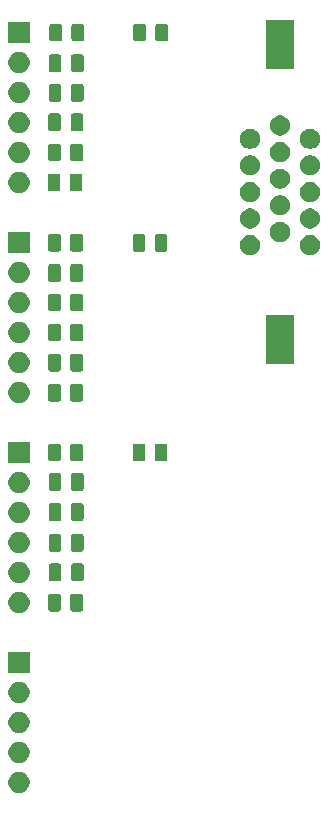
<source format=gbr>
G04 #@! TF.GenerationSoftware,KiCad,Pcbnew,5.1.5*
G04 #@! TF.CreationDate,2020-03-28T16:17:50-05:00*
G04 #@! TF.ProjectId,CavemanDAC,43617665-6d61-46e4-9441-432e6b696361,rev?*
G04 #@! TF.SameCoordinates,Original*
G04 #@! TF.FileFunction,Soldermask,Top*
G04 #@! TF.FilePolarity,Negative*
%FSLAX46Y46*%
G04 Gerber Fmt 4.6, Leading zero omitted, Abs format (unit mm)*
G04 Created by KiCad (PCBNEW 5.1.5) date 2020-03-28 16:17:50*
%MOMM*%
%LPD*%
G04 APERTURE LIST*
%ADD10C,0.100000*%
G04 APERTURE END LIST*
D10*
G36*
X104313512Y-160943927D02*
G01*
X104462812Y-160973624D01*
X104626784Y-161041544D01*
X104774354Y-161140147D01*
X104899853Y-161265646D01*
X104998456Y-161413216D01*
X105066376Y-161577188D01*
X105101000Y-161751259D01*
X105101000Y-161928741D01*
X105066376Y-162102812D01*
X104998456Y-162266784D01*
X104899853Y-162414354D01*
X104774354Y-162539853D01*
X104626784Y-162638456D01*
X104462812Y-162706376D01*
X104313512Y-162736073D01*
X104288742Y-162741000D01*
X104111258Y-162741000D01*
X104086488Y-162736073D01*
X103937188Y-162706376D01*
X103773216Y-162638456D01*
X103625646Y-162539853D01*
X103500147Y-162414354D01*
X103401544Y-162266784D01*
X103333624Y-162102812D01*
X103299000Y-161928741D01*
X103299000Y-161751259D01*
X103333624Y-161577188D01*
X103401544Y-161413216D01*
X103500147Y-161265646D01*
X103625646Y-161140147D01*
X103773216Y-161041544D01*
X103937188Y-160973624D01*
X104086488Y-160943927D01*
X104111258Y-160939000D01*
X104288742Y-160939000D01*
X104313512Y-160943927D01*
G37*
G36*
X104313512Y-158403927D02*
G01*
X104462812Y-158433624D01*
X104626784Y-158501544D01*
X104774354Y-158600147D01*
X104899853Y-158725646D01*
X104998456Y-158873216D01*
X105066376Y-159037188D01*
X105101000Y-159211259D01*
X105101000Y-159388741D01*
X105066376Y-159562812D01*
X104998456Y-159726784D01*
X104899853Y-159874354D01*
X104774354Y-159999853D01*
X104626784Y-160098456D01*
X104462812Y-160166376D01*
X104313512Y-160196073D01*
X104288742Y-160201000D01*
X104111258Y-160201000D01*
X104086488Y-160196073D01*
X103937188Y-160166376D01*
X103773216Y-160098456D01*
X103625646Y-159999853D01*
X103500147Y-159874354D01*
X103401544Y-159726784D01*
X103333624Y-159562812D01*
X103299000Y-159388741D01*
X103299000Y-159211259D01*
X103333624Y-159037188D01*
X103401544Y-158873216D01*
X103500147Y-158725646D01*
X103625646Y-158600147D01*
X103773216Y-158501544D01*
X103937188Y-158433624D01*
X104086488Y-158403927D01*
X104111258Y-158399000D01*
X104288742Y-158399000D01*
X104313512Y-158403927D01*
G37*
G36*
X104313512Y-155863927D02*
G01*
X104462812Y-155893624D01*
X104626784Y-155961544D01*
X104774354Y-156060147D01*
X104899853Y-156185646D01*
X104998456Y-156333216D01*
X105066376Y-156497188D01*
X105101000Y-156671259D01*
X105101000Y-156848741D01*
X105066376Y-157022812D01*
X104998456Y-157186784D01*
X104899853Y-157334354D01*
X104774354Y-157459853D01*
X104626784Y-157558456D01*
X104462812Y-157626376D01*
X104313512Y-157656073D01*
X104288742Y-157661000D01*
X104111258Y-157661000D01*
X104086488Y-157656073D01*
X103937188Y-157626376D01*
X103773216Y-157558456D01*
X103625646Y-157459853D01*
X103500147Y-157334354D01*
X103401544Y-157186784D01*
X103333624Y-157022812D01*
X103299000Y-156848741D01*
X103299000Y-156671259D01*
X103333624Y-156497188D01*
X103401544Y-156333216D01*
X103500147Y-156185646D01*
X103625646Y-156060147D01*
X103773216Y-155961544D01*
X103937188Y-155893624D01*
X104086488Y-155863927D01*
X104111258Y-155859000D01*
X104288742Y-155859000D01*
X104313512Y-155863927D01*
G37*
G36*
X104313512Y-153323927D02*
G01*
X104462812Y-153353624D01*
X104626784Y-153421544D01*
X104774354Y-153520147D01*
X104899853Y-153645646D01*
X104998456Y-153793216D01*
X105066376Y-153957188D01*
X105101000Y-154131259D01*
X105101000Y-154308741D01*
X105066376Y-154482812D01*
X104998456Y-154646784D01*
X104899853Y-154794354D01*
X104774354Y-154919853D01*
X104626784Y-155018456D01*
X104462812Y-155086376D01*
X104313512Y-155116073D01*
X104288742Y-155121000D01*
X104111258Y-155121000D01*
X104086488Y-155116073D01*
X103937188Y-155086376D01*
X103773216Y-155018456D01*
X103625646Y-154919853D01*
X103500147Y-154794354D01*
X103401544Y-154646784D01*
X103333624Y-154482812D01*
X103299000Y-154308741D01*
X103299000Y-154131259D01*
X103333624Y-153957188D01*
X103401544Y-153793216D01*
X103500147Y-153645646D01*
X103625646Y-153520147D01*
X103773216Y-153421544D01*
X103937188Y-153353624D01*
X104086488Y-153323927D01*
X104111258Y-153319000D01*
X104288742Y-153319000D01*
X104313512Y-153323927D01*
G37*
G36*
X105101000Y-152581000D02*
G01*
X103299000Y-152581000D01*
X103299000Y-150779000D01*
X105101000Y-150779000D01*
X105101000Y-152581000D01*
G37*
G36*
X104313512Y-145708927D02*
G01*
X104462812Y-145738624D01*
X104626784Y-145806544D01*
X104774354Y-145905147D01*
X104899853Y-146030646D01*
X104998456Y-146178216D01*
X105066376Y-146342188D01*
X105101000Y-146516259D01*
X105101000Y-146693741D01*
X105066376Y-146867812D01*
X104998456Y-147031784D01*
X104899853Y-147179354D01*
X104774354Y-147304853D01*
X104626784Y-147403456D01*
X104462812Y-147471376D01*
X104313512Y-147501073D01*
X104288742Y-147506000D01*
X104111258Y-147506000D01*
X104086488Y-147501073D01*
X103937188Y-147471376D01*
X103773216Y-147403456D01*
X103625646Y-147304853D01*
X103500147Y-147179354D01*
X103401544Y-147031784D01*
X103333624Y-146867812D01*
X103299000Y-146693741D01*
X103299000Y-146516259D01*
X103333624Y-146342188D01*
X103401544Y-146178216D01*
X103500147Y-146030646D01*
X103625646Y-145905147D01*
X103773216Y-145806544D01*
X103937188Y-145738624D01*
X104086488Y-145708927D01*
X104111258Y-145704000D01*
X104288742Y-145704000D01*
X104313512Y-145708927D01*
G37*
G36*
X109446968Y-145878565D02*
G01*
X109485638Y-145890296D01*
X109521277Y-145909346D01*
X109552517Y-145934983D01*
X109578154Y-145966223D01*
X109597204Y-146001862D01*
X109608935Y-146040532D01*
X109613500Y-146086888D01*
X109613500Y-147163112D01*
X109608935Y-147209468D01*
X109597204Y-147248138D01*
X109578154Y-147283777D01*
X109552517Y-147315017D01*
X109521277Y-147340654D01*
X109485638Y-147359704D01*
X109446968Y-147371435D01*
X109400612Y-147376000D01*
X108749388Y-147376000D01*
X108703032Y-147371435D01*
X108664362Y-147359704D01*
X108628723Y-147340654D01*
X108597483Y-147315017D01*
X108571846Y-147283777D01*
X108552796Y-147248138D01*
X108541065Y-147209468D01*
X108536500Y-147163112D01*
X108536500Y-146086888D01*
X108541065Y-146040532D01*
X108552796Y-146001862D01*
X108571846Y-145966223D01*
X108597483Y-145934983D01*
X108628723Y-145909346D01*
X108664362Y-145890296D01*
X108703032Y-145878565D01*
X108749388Y-145874000D01*
X109400612Y-145874000D01*
X109446968Y-145878565D01*
G37*
G36*
X107571968Y-145878565D02*
G01*
X107610638Y-145890296D01*
X107646277Y-145909346D01*
X107677517Y-145934983D01*
X107703154Y-145966223D01*
X107722204Y-146001862D01*
X107733935Y-146040532D01*
X107738500Y-146086888D01*
X107738500Y-147163112D01*
X107733935Y-147209468D01*
X107722204Y-147248138D01*
X107703154Y-147283777D01*
X107677517Y-147315017D01*
X107646277Y-147340654D01*
X107610638Y-147359704D01*
X107571968Y-147371435D01*
X107525612Y-147376000D01*
X106874388Y-147376000D01*
X106828032Y-147371435D01*
X106789362Y-147359704D01*
X106753723Y-147340654D01*
X106722483Y-147315017D01*
X106696846Y-147283777D01*
X106677796Y-147248138D01*
X106666065Y-147209468D01*
X106661500Y-147163112D01*
X106661500Y-146086888D01*
X106666065Y-146040532D01*
X106677796Y-146001862D01*
X106696846Y-145966223D01*
X106722483Y-145934983D01*
X106753723Y-145909346D01*
X106789362Y-145890296D01*
X106828032Y-145878565D01*
X106874388Y-145874000D01*
X107525612Y-145874000D01*
X107571968Y-145878565D01*
G37*
G36*
X104313512Y-143168927D02*
G01*
X104462812Y-143198624D01*
X104626784Y-143266544D01*
X104774354Y-143365147D01*
X104899853Y-143490646D01*
X104998456Y-143638216D01*
X105066376Y-143802188D01*
X105101000Y-143976259D01*
X105101000Y-144153741D01*
X105066376Y-144327812D01*
X104998456Y-144491784D01*
X104899853Y-144639354D01*
X104774354Y-144764853D01*
X104626784Y-144863456D01*
X104462812Y-144931376D01*
X104313512Y-144961073D01*
X104288742Y-144966000D01*
X104111258Y-144966000D01*
X104086488Y-144961073D01*
X103937188Y-144931376D01*
X103773216Y-144863456D01*
X103625646Y-144764853D01*
X103500147Y-144639354D01*
X103401544Y-144491784D01*
X103333624Y-144327812D01*
X103299000Y-144153741D01*
X103299000Y-143976259D01*
X103333624Y-143802188D01*
X103401544Y-143638216D01*
X103500147Y-143490646D01*
X103625646Y-143365147D01*
X103773216Y-143266544D01*
X103937188Y-143198624D01*
X104086488Y-143168927D01*
X104111258Y-143164000D01*
X104288742Y-143164000D01*
X104313512Y-143168927D01*
G37*
G36*
X109496968Y-143303565D02*
G01*
X109535638Y-143315296D01*
X109571277Y-143334346D01*
X109602517Y-143359983D01*
X109628154Y-143391223D01*
X109647204Y-143426862D01*
X109658935Y-143465532D01*
X109663500Y-143511888D01*
X109663500Y-144588112D01*
X109658935Y-144634468D01*
X109647204Y-144673138D01*
X109628154Y-144708777D01*
X109602517Y-144740017D01*
X109571277Y-144765654D01*
X109535638Y-144784704D01*
X109496968Y-144796435D01*
X109450612Y-144801000D01*
X108799388Y-144801000D01*
X108753032Y-144796435D01*
X108714362Y-144784704D01*
X108678723Y-144765654D01*
X108647483Y-144740017D01*
X108621846Y-144708777D01*
X108602796Y-144673138D01*
X108591065Y-144634468D01*
X108586500Y-144588112D01*
X108586500Y-143511888D01*
X108591065Y-143465532D01*
X108602796Y-143426862D01*
X108621846Y-143391223D01*
X108647483Y-143359983D01*
X108678723Y-143334346D01*
X108714362Y-143315296D01*
X108753032Y-143303565D01*
X108799388Y-143299000D01*
X109450612Y-143299000D01*
X109496968Y-143303565D01*
G37*
G36*
X107621968Y-143303565D02*
G01*
X107660638Y-143315296D01*
X107696277Y-143334346D01*
X107727517Y-143359983D01*
X107753154Y-143391223D01*
X107772204Y-143426862D01*
X107783935Y-143465532D01*
X107788500Y-143511888D01*
X107788500Y-144588112D01*
X107783935Y-144634468D01*
X107772204Y-144673138D01*
X107753154Y-144708777D01*
X107727517Y-144740017D01*
X107696277Y-144765654D01*
X107660638Y-144784704D01*
X107621968Y-144796435D01*
X107575612Y-144801000D01*
X106924388Y-144801000D01*
X106878032Y-144796435D01*
X106839362Y-144784704D01*
X106803723Y-144765654D01*
X106772483Y-144740017D01*
X106746846Y-144708777D01*
X106727796Y-144673138D01*
X106716065Y-144634468D01*
X106711500Y-144588112D01*
X106711500Y-143511888D01*
X106716065Y-143465532D01*
X106727796Y-143426862D01*
X106746846Y-143391223D01*
X106772483Y-143359983D01*
X106803723Y-143334346D01*
X106839362Y-143315296D01*
X106878032Y-143303565D01*
X106924388Y-143299000D01*
X107575612Y-143299000D01*
X107621968Y-143303565D01*
G37*
G36*
X104313512Y-140628927D02*
G01*
X104462812Y-140658624D01*
X104626784Y-140726544D01*
X104774354Y-140825147D01*
X104899853Y-140950646D01*
X104998456Y-141098216D01*
X105066376Y-141262188D01*
X105101000Y-141436259D01*
X105101000Y-141613741D01*
X105066376Y-141787812D01*
X104998456Y-141951784D01*
X104899853Y-142099354D01*
X104774354Y-142224853D01*
X104626784Y-142323456D01*
X104462812Y-142391376D01*
X104313512Y-142421073D01*
X104288742Y-142426000D01*
X104111258Y-142426000D01*
X104086488Y-142421073D01*
X103937188Y-142391376D01*
X103773216Y-142323456D01*
X103625646Y-142224853D01*
X103500147Y-142099354D01*
X103401544Y-141951784D01*
X103333624Y-141787812D01*
X103299000Y-141613741D01*
X103299000Y-141436259D01*
X103333624Y-141262188D01*
X103401544Y-141098216D01*
X103500147Y-140950646D01*
X103625646Y-140825147D01*
X103773216Y-140726544D01*
X103937188Y-140658624D01*
X104086488Y-140628927D01*
X104111258Y-140624000D01*
X104288742Y-140624000D01*
X104313512Y-140628927D01*
G37*
G36*
X109496968Y-140803565D02*
G01*
X109535638Y-140815296D01*
X109571277Y-140834346D01*
X109602517Y-140859983D01*
X109628154Y-140891223D01*
X109647204Y-140926862D01*
X109658935Y-140965532D01*
X109663500Y-141011888D01*
X109663500Y-142088112D01*
X109658935Y-142134468D01*
X109647204Y-142173138D01*
X109628154Y-142208777D01*
X109602517Y-142240017D01*
X109571277Y-142265654D01*
X109535638Y-142284704D01*
X109496968Y-142296435D01*
X109450612Y-142301000D01*
X108799388Y-142301000D01*
X108753032Y-142296435D01*
X108714362Y-142284704D01*
X108678723Y-142265654D01*
X108647483Y-142240017D01*
X108621846Y-142208777D01*
X108602796Y-142173138D01*
X108591065Y-142134468D01*
X108586500Y-142088112D01*
X108586500Y-141011888D01*
X108591065Y-140965532D01*
X108602796Y-140926862D01*
X108621846Y-140891223D01*
X108647483Y-140859983D01*
X108678723Y-140834346D01*
X108714362Y-140815296D01*
X108753032Y-140803565D01*
X108799388Y-140799000D01*
X109450612Y-140799000D01*
X109496968Y-140803565D01*
G37*
G36*
X107621968Y-140803565D02*
G01*
X107660638Y-140815296D01*
X107696277Y-140834346D01*
X107727517Y-140859983D01*
X107753154Y-140891223D01*
X107772204Y-140926862D01*
X107783935Y-140965532D01*
X107788500Y-141011888D01*
X107788500Y-142088112D01*
X107783935Y-142134468D01*
X107772204Y-142173138D01*
X107753154Y-142208777D01*
X107727517Y-142240017D01*
X107696277Y-142265654D01*
X107660638Y-142284704D01*
X107621968Y-142296435D01*
X107575612Y-142301000D01*
X106924388Y-142301000D01*
X106878032Y-142296435D01*
X106839362Y-142284704D01*
X106803723Y-142265654D01*
X106772483Y-142240017D01*
X106746846Y-142208777D01*
X106727796Y-142173138D01*
X106716065Y-142134468D01*
X106711500Y-142088112D01*
X106711500Y-141011888D01*
X106716065Y-140965532D01*
X106727796Y-140926862D01*
X106746846Y-140891223D01*
X106772483Y-140859983D01*
X106803723Y-140834346D01*
X106839362Y-140815296D01*
X106878032Y-140803565D01*
X106924388Y-140799000D01*
X107575612Y-140799000D01*
X107621968Y-140803565D01*
G37*
G36*
X104313512Y-138088927D02*
G01*
X104462812Y-138118624D01*
X104626784Y-138186544D01*
X104774354Y-138285147D01*
X104899853Y-138410646D01*
X104998456Y-138558216D01*
X105066376Y-138722188D01*
X105101000Y-138896259D01*
X105101000Y-139073741D01*
X105066376Y-139247812D01*
X104998456Y-139411784D01*
X104899853Y-139559354D01*
X104774354Y-139684853D01*
X104626784Y-139783456D01*
X104462812Y-139851376D01*
X104313512Y-139881073D01*
X104288742Y-139886000D01*
X104111258Y-139886000D01*
X104086488Y-139881073D01*
X103937188Y-139851376D01*
X103773216Y-139783456D01*
X103625646Y-139684853D01*
X103500147Y-139559354D01*
X103401544Y-139411784D01*
X103333624Y-139247812D01*
X103299000Y-139073741D01*
X103299000Y-138896259D01*
X103333624Y-138722188D01*
X103401544Y-138558216D01*
X103500147Y-138410646D01*
X103625646Y-138285147D01*
X103773216Y-138186544D01*
X103937188Y-138118624D01*
X104086488Y-138088927D01*
X104111258Y-138084000D01*
X104288742Y-138084000D01*
X104313512Y-138088927D01*
G37*
G36*
X107621968Y-138203565D02*
G01*
X107660638Y-138215296D01*
X107696277Y-138234346D01*
X107727517Y-138259983D01*
X107753154Y-138291223D01*
X107772204Y-138326862D01*
X107783935Y-138365532D01*
X107788500Y-138411888D01*
X107788500Y-139488112D01*
X107783935Y-139534468D01*
X107772204Y-139573138D01*
X107753154Y-139608777D01*
X107727517Y-139640017D01*
X107696277Y-139665654D01*
X107660638Y-139684704D01*
X107621968Y-139696435D01*
X107575612Y-139701000D01*
X106924388Y-139701000D01*
X106878032Y-139696435D01*
X106839362Y-139684704D01*
X106803723Y-139665654D01*
X106772483Y-139640017D01*
X106746846Y-139608777D01*
X106727796Y-139573138D01*
X106716065Y-139534468D01*
X106711500Y-139488112D01*
X106711500Y-138411888D01*
X106716065Y-138365532D01*
X106727796Y-138326862D01*
X106746846Y-138291223D01*
X106772483Y-138259983D01*
X106803723Y-138234346D01*
X106839362Y-138215296D01*
X106878032Y-138203565D01*
X106924388Y-138199000D01*
X107575612Y-138199000D01*
X107621968Y-138203565D01*
G37*
G36*
X109496968Y-138203565D02*
G01*
X109535638Y-138215296D01*
X109571277Y-138234346D01*
X109602517Y-138259983D01*
X109628154Y-138291223D01*
X109647204Y-138326862D01*
X109658935Y-138365532D01*
X109663500Y-138411888D01*
X109663500Y-139488112D01*
X109658935Y-139534468D01*
X109647204Y-139573138D01*
X109628154Y-139608777D01*
X109602517Y-139640017D01*
X109571277Y-139665654D01*
X109535638Y-139684704D01*
X109496968Y-139696435D01*
X109450612Y-139701000D01*
X108799388Y-139701000D01*
X108753032Y-139696435D01*
X108714362Y-139684704D01*
X108678723Y-139665654D01*
X108647483Y-139640017D01*
X108621846Y-139608777D01*
X108602796Y-139573138D01*
X108591065Y-139534468D01*
X108586500Y-139488112D01*
X108586500Y-138411888D01*
X108591065Y-138365532D01*
X108602796Y-138326862D01*
X108621846Y-138291223D01*
X108647483Y-138259983D01*
X108678723Y-138234346D01*
X108714362Y-138215296D01*
X108753032Y-138203565D01*
X108799388Y-138199000D01*
X109450612Y-138199000D01*
X109496968Y-138203565D01*
G37*
G36*
X104313512Y-135548927D02*
G01*
X104462812Y-135578624D01*
X104626784Y-135646544D01*
X104774354Y-135745147D01*
X104899853Y-135870646D01*
X104998456Y-136018216D01*
X105066376Y-136182188D01*
X105101000Y-136356259D01*
X105101000Y-136533741D01*
X105066376Y-136707812D01*
X104998456Y-136871784D01*
X104899853Y-137019354D01*
X104774354Y-137144853D01*
X104626784Y-137243456D01*
X104462812Y-137311376D01*
X104313512Y-137341073D01*
X104288742Y-137346000D01*
X104111258Y-137346000D01*
X104086488Y-137341073D01*
X103937188Y-137311376D01*
X103773216Y-137243456D01*
X103625646Y-137144853D01*
X103500147Y-137019354D01*
X103401544Y-136871784D01*
X103333624Y-136707812D01*
X103299000Y-136533741D01*
X103299000Y-136356259D01*
X103333624Y-136182188D01*
X103401544Y-136018216D01*
X103500147Y-135870646D01*
X103625646Y-135745147D01*
X103773216Y-135646544D01*
X103937188Y-135578624D01*
X104086488Y-135548927D01*
X104111258Y-135544000D01*
X104288742Y-135544000D01*
X104313512Y-135548927D01*
G37*
G36*
X109496968Y-135653565D02*
G01*
X109535638Y-135665296D01*
X109571277Y-135684346D01*
X109602517Y-135709983D01*
X109628154Y-135741223D01*
X109647204Y-135776862D01*
X109658935Y-135815532D01*
X109663500Y-135861888D01*
X109663500Y-136938112D01*
X109658935Y-136984468D01*
X109647204Y-137023138D01*
X109628154Y-137058777D01*
X109602517Y-137090017D01*
X109571277Y-137115654D01*
X109535638Y-137134704D01*
X109496968Y-137146435D01*
X109450612Y-137151000D01*
X108799388Y-137151000D01*
X108753032Y-137146435D01*
X108714362Y-137134704D01*
X108678723Y-137115654D01*
X108647483Y-137090017D01*
X108621846Y-137058777D01*
X108602796Y-137023138D01*
X108591065Y-136984468D01*
X108586500Y-136938112D01*
X108586500Y-135861888D01*
X108591065Y-135815532D01*
X108602796Y-135776862D01*
X108621846Y-135741223D01*
X108647483Y-135709983D01*
X108678723Y-135684346D01*
X108714362Y-135665296D01*
X108753032Y-135653565D01*
X108799388Y-135649000D01*
X109450612Y-135649000D01*
X109496968Y-135653565D01*
G37*
G36*
X107621968Y-135653565D02*
G01*
X107660638Y-135665296D01*
X107696277Y-135684346D01*
X107727517Y-135709983D01*
X107753154Y-135741223D01*
X107772204Y-135776862D01*
X107783935Y-135815532D01*
X107788500Y-135861888D01*
X107788500Y-136938112D01*
X107783935Y-136984468D01*
X107772204Y-137023138D01*
X107753154Y-137058777D01*
X107727517Y-137090017D01*
X107696277Y-137115654D01*
X107660638Y-137134704D01*
X107621968Y-137146435D01*
X107575612Y-137151000D01*
X106924388Y-137151000D01*
X106878032Y-137146435D01*
X106839362Y-137134704D01*
X106803723Y-137115654D01*
X106772483Y-137090017D01*
X106746846Y-137058777D01*
X106727796Y-137023138D01*
X106716065Y-136984468D01*
X106711500Y-136938112D01*
X106711500Y-135861888D01*
X106716065Y-135815532D01*
X106727796Y-135776862D01*
X106746846Y-135741223D01*
X106772483Y-135709983D01*
X106803723Y-135684346D01*
X106839362Y-135665296D01*
X106878032Y-135653565D01*
X106924388Y-135649000D01*
X107575612Y-135649000D01*
X107621968Y-135653565D01*
G37*
G36*
X105101000Y-134806000D02*
G01*
X103299000Y-134806000D01*
X103299000Y-133004000D01*
X105101000Y-133004000D01*
X105101000Y-134806000D01*
G37*
G36*
X114721968Y-133153565D02*
G01*
X114760638Y-133165296D01*
X114796277Y-133184346D01*
X114827517Y-133209983D01*
X114853154Y-133241223D01*
X114872204Y-133276862D01*
X114883935Y-133315532D01*
X114888500Y-133361888D01*
X114888500Y-134438112D01*
X114883935Y-134484468D01*
X114872204Y-134523138D01*
X114853154Y-134558777D01*
X114827517Y-134590017D01*
X114796277Y-134615654D01*
X114760638Y-134634704D01*
X114721968Y-134646435D01*
X114675612Y-134651000D01*
X114024388Y-134651000D01*
X113978032Y-134646435D01*
X113939362Y-134634704D01*
X113903723Y-134615654D01*
X113872483Y-134590017D01*
X113846846Y-134558777D01*
X113827796Y-134523138D01*
X113816065Y-134484468D01*
X113811500Y-134438112D01*
X113811500Y-133361888D01*
X113816065Y-133315532D01*
X113827796Y-133276862D01*
X113846846Y-133241223D01*
X113872483Y-133209983D01*
X113903723Y-133184346D01*
X113939362Y-133165296D01*
X113978032Y-133153565D01*
X114024388Y-133149000D01*
X114675612Y-133149000D01*
X114721968Y-133153565D01*
G37*
G36*
X107571968Y-133153565D02*
G01*
X107610638Y-133165296D01*
X107646277Y-133184346D01*
X107677517Y-133209983D01*
X107703154Y-133241223D01*
X107722204Y-133276862D01*
X107733935Y-133315532D01*
X107738500Y-133361888D01*
X107738500Y-134438112D01*
X107733935Y-134484468D01*
X107722204Y-134523138D01*
X107703154Y-134558777D01*
X107677517Y-134590017D01*
X107646277Y-134615654D01*
X107610638Y-134634704D01*
X107571968Y-134646435D01*
X107525612Y-134651000D01*
X106874388Y-134651000D01*
X106828032Y-134646435D01*
X106789362Y-134634704D01*
X106753723Y-134615654D01*
X106722483Y-134590017D01*
X106696846Y-134558777D01*
X106677796Y-134523138D01*
X106666065Y-134484468D01*
X106661500Y-134438112D01*
X106661500Y-133361888D01*
X106666065Y-133315532D01*
X106677796Y-133276862D01*
X106696846Y-133241223D01*
X106722483Y-133209983D01*
X106753723Y-133184346D01*
X106789362Y-133165296D01*
X106828032Y-133153565D01*
X106874388Y-133149000D01*
X107525612Y-133149000D01*
X107571968Y-133153565D01*
G37*
G36*
X116596968Y-133153565D02*
G01*
X116635638Y-133165296D01*
X116671277Y-133184346D01*
X116702517Y-133209983D01*
X116728154Y-133241223D01*
X116747204Y-133276862D01*
X116758935Y-133315532D01*
X116763500Y-133361888D01*
X116763500Y-134438112D01*
X116758935Y-134484468D01*
X116747204Y-134523138D01*
X116728154Y-134558777D01*
X116702517Y-134590017D01*
X116671277Y-134615654D01*
X116635638Y-134634704D01*
X116596968Y-134646435D01*
X116550612Y-134651000D01*
X115899388Y-134651000D01*
X115853032Y-134646435D01*
X115814362Y-134634704D01*
X115778723Y-134615654D01*
X115747483Y-134590017D01*
X115721846Y-134558777D01*
X115702796Y-134523138D01*
X115691065Y-134484468D01*
X115686500Y-134438112D01*
X115686500Y-133361888D01*
X115691065Y-133315532D01*
X115702796Y-133276862D01*
X115721846Y-133241223D01*
X115747483Y-133209983D01*
X115778723Y-133184346D01*
X115814362Y-133165296D01*
X115853032Y-133153565D01*
X115899388Y-133149000D01*
X116550612Y-133149000D01*
X116596968Y-133153565D01*
G37*
G36*
X109446968Y-133153565D02*
G01*
X109485638Y-133165296D01*
X109521277Y-133184346D01*
X109552517Y-133209983D01*
X109578154Y-133241223D01*
X109597204Y-133276862D01*
X109608935Y-133315532D01*
X109613500Y-133361888D01*
X109613500Y-134438112D01*
X109608935Y-134484468D01*
X109597204Y-134523138D01*
X109578154Y-134558777D01*
X109552517Y-134590017D01*
X109521277Y-134615654D01*
X109485638Y-134634704D01*
X109446968Y-134646435D01*
X109400612Y-134651000D01*
X108749388Y-134651000D01*
X108703032Y-134646435D01*
X108664362Y-134634704D01*
X108628723Y-134615654D01*
X108597483Y-134590017D01*
X108571846Y-134558777D01*
X108552796Y-134523138D01*
X108541065Y-134484468D01*
X108536500Y-134438112D01*
X108536500Y-133361888D01*
X108541065Y-133315532D01*
X108552796Y-133276862D01*
X108571846Y-133241223D01*
X108597483Y-133209983D01*
X108628723Y-133184346D01*
X108664362Y-133165296D01*
X108703032Y-133153565D01*
X108749388Y-133149000D01*
X109400612Y-133149000D01*
X109446968Y-133153565D01*
G37*
G36*
X104313512Y-127933927D02*
G01*
X104462812Y-127963624D01*
X104626784Y-128031544D01*
X104774354Y-128130147D01*
X104899853Y-128255646D01*
X104998456Y-128403216D01*
X105066376Y-128567188D01*
X105101000Y-128741259D01*
X105101000Y-128918741D01*
X105066376Y-129092812D01*
X104998456Y-129256784D01*
X104899853Y-129404354D01*
X104774354Y-129529853D01*
X104626784Y-129628456D01*
X104462812Y-129696376D01*
X104313512Y-129726073D01*
X104288742Y-129731000D01*
X104111258Y-129731000D01*
X104086488Y-129726073D01*
X103937188Y-129696376D01*
X103773216Y-129628456D01*
X103625646Y-129529853D01*
X103500147Y-129404354D01*
X103401544Y-129256784D01*
X103333624Y-129092812D01*
X103299000Y-128918741D01*
X103299000Y-128741259D01*
X103333624Y-128567188D01*
X103401544Y-128403216D01*
X103500147Y-128255646D01*
X103625646Y-128130147D01*
X103773216Y-128031544D01*
X103937188Y-127963624D01*
X104086488Y-127933927D01*
X104111258Y-127929000D01*
X104288742Y-127929000D01*
X104313512Y-127933927D01*
G37*
G36*
X109446968Y-128103565D02*
G01*
X109485638Y-128115296D01*
X109521277Y-128134346D01*
X109552517Y-128159983D01*
X109578154Y-128191223D01*
X109597204Y-128226862D01*
X109608935Y-128265532D01*
X109613500Y-128311888D01*
X109613500Y-129388112D01*
X109608935Y-129434468D01*
X109597204Y-129473138D01*
X109578154Y-129508777D01*
X109552517Y-129540017D01*
X109521277Y-129565654D01*
X109485638Y-129584704D01*
X109446968Y-129596435D01*
X109400612Y-129601000D01*
X108749388Y-129601000D01*
X108703032Y-129596435D01*
X108664362Y-129584704D01*
X108628723Y-129565654D01*
X108597483Y-129540017D01*
X108571846Y-129508777D01*
X108552796Y-129473138D01*
X108541065Y-129434468D01*
X108536500Y-129388112D01*
X108536500Y-128311888D01*
X108541065Y-128265532D01*
X108552796Y-128226862D01*
X108571846Y-128191223D01*
X108597483Y-128159983D01*
X108628723Y-128134346D01*
X108664362Y-128115296D01*
X108703032Y-128103565D01*
X108749388Y-128099000D01*
X109400612Y-128099000D01*
X109446968Y-128103565D01*
G37*
G36*
X107571968Y-128103565D02*
G01*
X107610638Y-128115296D01*
X107646277Y-128134346D01*
X107677517Y-128159983D01*
X107703154Y-128191223D01*
X107722204Y-128226862D01*
X107733935Y-128265532D01*
X107738500Y-128311888D01*
X107738500Y-129388112D01*
X107733935Y-129434468D01*
X107722204Y-129473138D01*
X107703154Y-129508777D01*
X107677517Y-129540017D01*
X107646277Y-129565654D01*
X107610638Y-129584704D01*
X107571968Y-129596435D01*
X107525612Y-129601000D01*
X106874388Y-129601000D01*
X106828032Y-129596435D01*
X106789362Y-129584704D01*
X106753723Y-129565654D01*
X106722483Y-129540017D01*
X106696846Y-129508777D01*
X106677796Y-129473138D01*
X106666065Y-129434468D01*
X106661500Y-129388112D01*
X106661500Y-128311888D01*
X106666065Y-128265532D01*
X106677796Y-128226862D01*
X106696846Y-128191223D01*
X106722483Y-128159983D01*
X106753723Y-128134346D01*
X106789362Y-128115296D01*
X106828032Y-128103565D01*
X106874388Y-128099000D01*
X107525612Y-128099000D01*
X107571968Y-128103565D01*
G37*
G36*
X104313512Y-125393927D02*
G01*
X104462812Y-125423624D01*
X104626784Y-125491544D01*
X104774354Y-125590147D01*
X104899853Y-125715646D01*
X104998456Y-125863216D01*
X105066376Y-126027188D01*
X105101000Y-126201259D01*
X105101000Y-126378741D01*
X105066376Y-126552812D01*
X104998456Y-126716784D01*
X104899853Y-126864354D01*
X104774354Y-126989853D01*
X104626784Y-127088456D01*
X104462812Y-127156376D01*
X104313512Y-127186073D01*
X104288742Y-127191000D01*
X104111258Y-127191000D01*
X104086488Y-127186073D01*
X103937188Y-127156376D01*
X103773216Y-127088456D01*
X103625646Y-126989853D01*
X103500147Y-126864354D01*
X103401544Y-126716784D01*
X103333624Y-126552812D01*
X103299000Y-126378741D01*
X103299000Y-126201259D01*
X103333624Y-126027188D01*
X103401544Y-125863216D01*
X103500147Y-125715646D01*
X103625646Y-125590147D01*
X103773216Y-125491544D01*
X103937188Y-125423624D01*
X104086488Y-125393927D01*
X104111258Y-125389000D01*
X104288742Y-125389000D01*
X104313512Y-125393927D01*
G37*
G36*
X107571968Y-125553565D02*
G01*
X107610638Y-125565296D01*
X107646277Y-125584346D01*
X107677517Y-125609983D01*
X107703154Y-125641223D01*
X107722204Y-125676862D01*
X107733935Y-125715532D01*
X107738500Y-125761888D01*
X107738500Y-126838112D01*
X107733935Y-126884468D01*
X107722204Y-126923138D01*
X107703154Y-126958777D01*
X107677517Y-126990017D01*
X107646277Y-127015654D01*
X107610638Y-127034704D01*
X107571968Y-127046435D01*
X107525612Y-127051000D01*
X106874388Y-127051000D01*
X106828032Y-127046435D01*
X106789362Y-127034704D01*
X106753723Y-127015654D01*
X106722483Y-126990017D01*
X106696846Y-126958777D01*
X106677796Y-126923138D01*
X106666065Y-126884468D01*
X106661500Y-126838112D01*
X106661500Y-125761888D01*
X106666065Y-125715532D01*
X106677796Y-125676862D01*
X106696846Y-125641223D01*
X106722483Y-125609983D01*
X106753723Y-125584346D01*
X106789362Y-125565296D01*
X106828032Y-125553565D01*
X106874388Y-125549000D01*
X107525612Y-125549000D01*
X107571968Y-125553565D01*
G37*
G36*
X109446968Y-125553565D02*
G01*
X109485638Y-125565296D01*
X109521277Y-125584346D01*
X109552517Y-125609983D01*
X109578154Y-125641223D01*
X109597204Y-125676862D01*
X109608935Y-125715532D01*
X109613500Y-125761888D01*
X109613500Y-126838112D01*
X109608935Y-126884468D01*
X109597204Y-126923138D01*
X109578154Y-126958777D01*
X109552517Y-126990017D01*
X109521277Y-127015654D01*
X109485638Y-127034704D01*
X109446968Y-127046435D01*
X109400612Y-127051000D01*
X108749388Y-127051000D01*
X108703032Y-127046435D01*
X108664362Y-127034704D01*
X108628723Y-127015654D01*
X108597483Y-126990017D01*
X108571846Y-126958777D01*
X108552796Y-126923138D01*
X108541065Y-126884468D01*
X108536500Y-126838112D01*
X108536500Y-125761888D01*
X108541065Y-125715532D01*
X108552796Y-125676862D01*
X108571846Y-125641223D01*
X108597483Y-125609983D01*
X108628723Y-125584346D01*
X108664362Y-125565296D01*
X108703032Y-125553565D01*
X108749388Y-125549000D01*
X109400612Y-125549000D01*
X109446968Y-125553565D01*
G37*
G36*
X127451000Y-126401000D02*
G01*
X125149000Y-126401000D01*
X125149000Y-122299000D01*
X127451000Y-122299000D01*
X127451000Y-126401000D01*
G37*
G36*
X104313512Y-122853927D02*
G01*
X104462812Y-122883624D01*
X104626784Y-122951544D01*
X104774354Y-123050147D01*
X104899853Y-123175646D01*
X104998456Y-123323216D01*
X105066376Y-123487188D01*
X105101000Y-123661259D01*
X105101000Y-123838741D01*
X105066376Y-124012812D01*
X104998456Y-124176784D01*
X104899853Y-124324354D01*
X104774354Y-124449853D01*
X104626784Y-124548456D01*
X104462812Y-124616376D01*
X104313512Y-124646073D01*
X104288742Y-124651000D01*
X104111258Y-124651000D01*
X104086488Y-124646073D01*
X103937188Y-124616376D01*
X103773216Y-124548456D01*
X103625646Y-124449853D01*
X103500147Y-124324354D01*
X103401544Y-124176784D01*
X103333624Y-124012812D01*
X103299000Y-123838741D01*
X103299000Y-123661259D01*
X103333624Y-123487188D01*
X103401544Y-123323216D01*
X103500147Y-123175646D01*
X103625646Y-123050147D01*
X103773216Y-122951544D01*
X103937188Y-122883624D01*
X104086488Y-122853927D01*
X104111258Y-122849000D01*
X104288742Y-122849000D01*
X104313512Y-122853927D01*
G37*
G36*
X109446968Y-123003565D02*
G01*
X109485638Y-123015296D01*
X109521277Y-123034346D01*
X109552517Y-123059983D01*
X109578154Y-123091223D01*
X109597204Y-123126862D01*
X109608935Y-123165532D01*
X109613500Y-123211888D01*
X109613500Y-124288112D01*
X109608935Y-124334468D01*
X109597204Y-124373138D01*
X109578154Y-124408777D01*
X109552517Y-124440017D01*
X109521277Y-124465654D01*
X109485638Y-124484704D01*
X109446968Y-124496435D01*
X109400612Y-124501000D01*
X108749388Y-124501000D01*
X108703032Y-124496435D01*
X108664362Y-124484704D01*
X108628723Y-124465654D01*
X108597483Y-124440017D01*
X108571846Y-124408777D01*
X108552796Y-124373138D01*
X108541065Y-124334468D01*
X108536500Y-124288112D01*
X108536500Y-123211888D01*
X108541065Y-123165532D01*
X108552796Y-123126862D01*
X108571846Y-123091223D01*
X108597483Y-123059983D01*
X108628723Y-123034346D01*
X108664362Y-123015296D01*
X108703032Y-123003565D01*
X108749388Y-122999000D01*
X109400612Y-122999000D01*
X109446968Y-123003565D01*
G37*
G36*
X107571968Y-123003565D02*
G01*
X107610638Y-123015296D01*
X107646277Y-123034346D01*
X107677517Y-123059983D01*
X107703154Y-123091223D01*
X107722204Y-123126862D01*
X107733935Y-123165532D01*
X107738500Y-123211888D01*
X107738500Y-124288112D01*
X107733935Y-124334468D01*
X107722204Y-124373138D01*
X107703154Y-124408777D01*
X107677517Y-124440017D01*
X107646277Y-124465654D01*
X107610638Y-124484704D01*
X107571968Y-124496435D01*
X107525612Y-124501000D01*
X106874388Y-124501000D01*
X106828032Y-124496435D01*
X106789362Y-124484704D01*
X106753723Y-124465654D01*
X106722483Y-124440017D01*
X106696846Y-124408777D01*
X106677796Y-124373138D01*
X106666065Y-124334468D01*
X106661500Y-124288112D01*
X106661500Y-123211888D01*
X106666065Y-123165532D01*
X106677796Y-123126862D01*
X106696846Y-123091223D01*
X106722483Y-123059983D01*
X106753723Y-123034346D01*
X106789362Y-123015296D01*
X106828032Y-123003565D01*
X106874388Y-122999000D01*
X107525612Y-122999000D01*
X107571968Y-123003565D01*
G37*
G36*
X104313512Y-120313927D02*
G01*
X104462812Y-120343624D01*
X104626784Y-120411544D01*
X104774354Y-120510147D01*
X104899853Y-120635646D01*
X104998456Y-120783216D01*
X105066376Y-120947188D01*
X105101000Y-121121259D01*
X105101000Y-121298741D01*
X105066376Y-121472812D01*
X104998456Y-121636784D01*
X104899853Y-121784354D01*
X104774354Y-121909853D01*
X104626784Y-122008456D01*
X104462812Y-122076376D01*
X104313512Y-122106073D01*
X104288742Y-122111000D01*
X104111258Y-122111000D01*
X104086488Y-122106073D01*
X103937188Y-122076376D01*
X103773216Y-122008456D01*
X103625646Y-121909853D01*
X103500147Y-121784354D01*
X103401544Y-121636784D01*
X103333624Y-121472812D01*
X103299000Y-121298741D01*
X103299000Y-121121259D01*
X103333624Y-120947188D01*
X103401544Y-120783216D01*
X103500147Y-120635646D01*
X103625646Y-120510147D01*
X103773216Y-120411544D01*
X103937188Y-120343624D01*
X104086488Y-120313927D01*
X104111258Y-120309000D01*
X104288742Y-120309000D01*
X104313512Y-120313927D01*
G37*
G36*
X109446968Y-120453565D02*
G01*
X109485638Y-120465296D01*
X109521277Y-120484346D01*
X109552517Y-120509983D01*
X109578154Y-120541223D01*
X109597204Y-120576862D01*
X109608935Y-120615532D01*
X109613500Y-120661888D01*
X109613500Y-121738112D01*
X109608935Y-121784468D01*
X109597204Y-121823138D01*
X109578154Y-121858777D01*
X109552517Y-121890017D01*
X109521277Y-121915654D01*
X109485638Y-121934704D01*
X109446968Y-121946435D01*
X109400612Y-121951000D01*
X108749388Y-121951000D01*
X108703032Y-121946435D01*
X108664362Y-121934704D01*
X108628723Y-121915654D01*
X108597483Y-121890017D01*
X108571846Y-121858777D01*
X108552796Y-121823138D01*
X108541065Y-121784468D01*
X108536500Y-121738112D01*
X108536500Y-120661888D01*
X108541065Y-120615532D01*
X108552796Y-120576862D01*
X108571846Y-120541223D01*
X108597483Y-120509983D01*
X108628723Y-120484346D01*
X108664362Y-120465296D01*
X108703032Y-120453565D01*
X108749388Y-120449000D01*
X109400612Y-120449000D01*
X109446968Y-120453565D01*
G37*
G36*
X107571968Y-120453565D02*
G01*
X107610638Y-120465296D01*
X107646277Y-120484346D01*
X107677517Y-120509983D01*
X107703154Y-120541223D01*
X107722204Y-120576862D01*
X107733935Y-120615532D01*
X107738500Y-120661888D01*
X107738500Y-121738112D01*
X107733935Y-121784468D01*
X107722204Y-121823138D01*
X107703154Y-121858777D01*
X107677517Y-121890017D01*
X107646277Y-121915654D01*
X107610638Y-121934704D01*
X107571968Y-121946435D01*
X107525612Y-121951000D01*
X106874388Y-121951000D01*
X106828032Y-121946435D01*
X106789362Y-121934704D01*
X106753723Y-121915654D01*
X106722483Y-121890017D01*
X106696846Y-121858777D01*
X106677796Y-121823138D01*
X106666065Y-121784468D01*
X106661500Y-121738112D01*
X106661500Y-120661888D01*
X106666065Y-120615532D01*
X106677796Y-120576862D01*
X106696846Y-120541223D01*
X106722483Y-120509983D01*
X106753723Y-120484346D01*
X106789362Y-120465296D01*
X106828032Y-120453565D01*
X106874388Y-120449000D01*
X107525612Y-120449000D01*
X107571968Y-120453565D01*
G37*
G36*
X104313512Y-117773927D02*
G01*
X104462812Y-117803624D01*
X104626784Y-117871544D01*
X104774354Y-117970147D01*
X104899853Y-118095646D01*
X104998456Y-118243216D01*
X105066376Y-118407188D01*
X105101000Y-118581259D01*
X105101000Y-118758741D01*
X105066376Y-118932812D01*
X104998456Y-119096784D01*
X104899853Y-119244354D01*
X104774354Y-119369853D01*
X104626784Y-119468456D01*
X104462812Y-119536376D01*
X104313512Y-119566073D01*
X104288742Y-119571000D01*
X104111258Y-119571000D01*
X104086488Y-119566073D01*
X103937188Y-119536376D01*
X103773216Y-119468456D01*
X103625646Y-119369853D01*
X103500147Y-119244354D01*
X103401544Y-119096784D01*
X103333624Y-118932812D01*
X103299000Y-118758741D01*
X103299000Y-118581259D01*
X103333624Y-118407188D01*
X103401544Y-118243216D01*
X103500147Y-118095646D01*
X103625646Y-117970147D01*
X103773216Y-117871544D01*
X103937188Y-117803624D01*
X104086488Y-117773927D01*
X104111258Y-117769000D01*
X104288742Y-117769000D01*
X104313512Y-117773927D01*
G37*
G36*
X107571968Y-117953565D02*
G01*
X107610638Y-117965296D01*
X107646277Y-117984346D01*
X107677517Y-118009983D01*
X107703154Y-118041223D01*
X107722204Y-118076862D01*
X107733935Y-118115532D01*
X107738500Y-118161888D01*
X107738500Y-119238112D01*
X107733935Y-119284468D01*
X107722204Y-119323138D01*
X107703154Y-119358777D01*
X107677517Y-119390017D01*
X107646277Y-119415654D01*
X107610638Y-119434704D01*
X107571968Y-119446435D01*
X107525612Y-119451000D01*
X106874388Y-119451000D01*
X106828032Y-119446435D01*
X106789362Y-119434704D01*
X106753723Y-119415654D01*
X106722483Y-119390017D01*
X106696846Y-119358777D01*
X106677796Y-119323138D01*
X106666065Y-119284468D01*
X106661500Y-119238112D01*
X106661500Y-118161888D01*
X106666065Y-118115532D01*
X106677796Y-118076862D01*
X106696846Y-118041223D01*
X106722483Y-118009983D01*
X106753723Y-117984346D01*
X106789362Y-117965296D01*
X106828032Y-117953565D01*
X106874388Y-117949000D01*
X107525612Y-117949000D01*
X107571968Y-117953565D01*
G37*
G36*
X109446968Y-117953565D02*
G01*
X109485638Y-117965296D01*
X109521277Y-117984346D01*
X109552517Y-118009983D01*
X109578154Y-118041223D01*
X109597204Y-118076862D01*
X109608935Y-118115532D01*
X109613500Y-118161888D01*
X109613500Y-119238112D01*
X109608935Y-119284468D01*
X109597204Y-119323138D01*
X109578154Y-119358777D01*
X109552517Y-119390017D01*
X109521277Y-119415654D01*
X109485638Y-119434704D01*
X109446968Y-119446435D01*
X109400612Y-119451000D01*
X108749388Y-119451000D01*
X108703032Y-119446435D01*
X108664362Y-119434704D01*
X108628723Y-119415654D01*
X108597483Y-119390017D01*
X108571846Y-119358777D01*
X108552796Y-119323138D01*
X108541065Y-119284468D01*
X108536500Y-119238112D01*
X108536500Y-118161888D01*
X108541065Y-118115532D01*
X108552796Y-118076862D01*
X108571846Y-118041223D01*
X108597483Y-118009983D01*
X108628723Y-117984346D01*
X108664362Y-117965296D01*
X108703032Y-117953565D01*
X108749388Y-117949000D01*
X109400612Y-117949000D01*
X109446968Y-117953565D01*
G37*
G36*
X124008228Y-115531703D02*
G01*
X124163100Y-115595853D01*
X124302481Y-115688985D01*
X124421015Y-115807519D01*
X124514147Y-115946900D01*
X124578297Y-116101772D01*
X124611000Y-116266184D01*
X124611000Y-116433816D01*
X124578297Y-116598228D01*
X124514147Y-116753100D01*
X124421015Y-116892481D01*
X124302481Y-117011015D01*
X124163100Y-117104147D01*
X124008228Y-117168297D01*
X123843816Y-117201000D01*
X123676184Y-117201000D01*
X123511772Y-117168297D01*
X123356900Y-117104147D01*
X123217519Y-117011015D01*
X123098985Y-116892481D01*
X123005853Y-116753100D01*
X122941703Y-116598228D01*
X122909000Y-116433816D01*
X122909000Y-116266184D01*
X122941703Y-116101772D01*
X123005853Y-115946900D01*
X123098985Y-115807519D01*
X123217519Y-115688985D01*
X123356900Y-115595853D01*
X123511772Y-115531703D01*
X123676184Y-115499000D01*
X123843816Y-115499000D01*
X124008228Y-115531703D01*
G37*
G36*
X129088228Y-115531703D02*
G01*
X129243100Y-115595853D01*
X129382481Y-115688985D01*
X129501015Y-115807519D01*
X129594147Y-115946900D01*
X129658297Y-116101772D01*
X129691000Y-116266184D01*
X129691000Y-116433816D01*
X129658297Y-116598228D01*
X129594147Y-116753100D01*
X129501015Y-116892481D01*
X129382481Y-117011015D01*
X129243100Y-117104147D01*
X129088228Y-117168297D01*
X128923816Y-117201000D01*
X128756184Y-117201000D01*
X128591772Y-117168297D01*
X128436900Y-117104147D01*
X128297519Y-117011015D01*
X128178985Y-116892481D01*
X128085853Y-116753100D01*
X128021703Y-116598228D01*
X127989000Y-116433816D01*
X127989000Y-116266184D01*
X128021703Y-116101772D01*
X128085853Y-115946900D01*
X128178985Y-115807519D01*
X128297519Y-115688985D01*
X128436900Y-115595853D01*
X128591772Y-115531703D01*
X128756184Y-115499000D01*
X128923816Y-115499000D01*
X129088228Y-115531703D01*
G37*
G36*
X105101000Y-117031000D02*
G01*
X103299000Y-117031000D01*
X103299000Y-115229000D01*
X105101000Y-115229000D01*
X105101000Y-117031000D01*
G37*
G36*
X116596968Y-115403565D02*
G01*
X116635638Y-115415296D01*
X116671277Y-115434346D01*
X116702517Y-115459983D01*
X116728154Y-115491223D01*
X116747204Y-115526862D01*
X116758935Y-115565532D01*
X116763500Y-115611888D01*
X116763500Y-116688112D01*
X116758935Y-116734468D01*
X116747204Y-116773138D01*
X116728154Y-116808777D01*
X116702517Y-116840017D01*
X116671277Y-116865654D01*
X116635638Y-116884704D01*
X116596968Y-116896435D01*
X116550612Y-116901000D01*
X115899388Y-116901000D01*
X115853032Y-116896435D01*
X115814362Y-116884704D01*
X115778723Y-116865654D01*
X115747483Y-116840017D01*
X115721846Y-116808777D01*
X115702796Y-116773138D01*
X115691065Y-116734468D01*
X115686500Y-116688112D01*
X115686500Y-115611888D01*
X115691065Y-115565532D01*
X115702796Y-115526862D01*
X115721846Y-115491223D01*
X115747483Y-115459983D01*
X115778723Y-115434346D01*
X115814362Y-115415296D01*
X115853032Y-115403565D01*
X115899388Y-115399000D01*
X116550612Y-115399000D01*
X116596968Y-115403565D01*
G37*
G36*
X114721968Y-115403565D02*
G01*
X114760638Y-115415296D01*
X114796277Y-115434346D01*
X114827517Y-115459983D01*
X114853154Y-115491223D01*
X114872204Y-115526862D01*
X114883935Y-115565532D01*
X114888500Y-115611888D01*
X114888500Y-116688112D01*
X114883935Y-116734468D01*
X114872204Y-116773138D01*
X114853154Y-116808777D01*
X114827517Y-116840017D01*
X114796277Y-116865654D01*
X114760638Y-116884704D01*
X114721968Y-116896435D01*
X114675612Y-116901000D01*
X114024388Y-116901000D01*
X113978032Y-116896435D01*
X113939362Y-116884704D01*
X113903723Y-116865654D01*
X113872483Y-116840017D01*
X113846846Y-116808777D01*
X113827796Y-116773138D01*
X113816065Y-116734468D01*
X113811500Y-116688112D01*
X113811500Y-115611888D01*
X113816065Y-115565532D01*
X113827796Y-115526862D01*
X113846846Y-115491223D01*
X113872483Y-115459983D01*
X113903723Y-115434346D01*
X113939362Y-115415296D01*
X113978032Y-115403565D01*
X114024388Y-115399000D01*
X114675612Y-115399000D01*
X114721968Y-115403565D01*
G37*
G36*
X109446968Y-115403565D02*
G01*
X109485638Y-115415296D01*
X109521277Y-115434346D01*
X109552517Y-115459983D01*
X109578154Y-115491223D01*
X109597204Y-115526862D01*
X109608935Y-115565532D01*
X109613500Y-115611888D01*
X109613500Y-116688112D01*
X109608935Y-116734468D01*
X109597204Y-116773138D01*
X109578154Y-116808777D01*
X109552517Y-116840017D01*
X109521277Y-116865654D01*
X109485638Y-116884704D01*
X109446968Y-116896435D01*
X109400612Y-116901000D01*
X108749388Y-116901000D01*
X108703032Y-116896435D01*
X108664362Y-116884704D01*
X108628723Y-116865654D01*
X108597483Y-116840017D01*
X108571846Y-116808777D01*
X108552796Y-116773138D01*
X108541065Y-116734468D01*
X108536500Y-116688112D01*
X108536500Y-115611888D01*
X108541065Y-115565532D01*
X108552796Y-115526862D01*
X108571846Y-115491223D01*
X108597483Y-115459983D01*
X108628723Y-115434346D01*
X108664362Y-115415296D01*
X108703032Y-115403565D01*
X108749388Y-115399000D01*
X109400612Y-115399000D01*
X109446968Y-115403565D01*
G37*
G36*
X107571968Y-115403565D02*
G01*
X107610638Y-115415296D01*
X107646277Y-115434346D01*
X107677517Y-115459983D01*
X107703154Y-115491223D01*
X107722204Y-115526862D01*
X107733935Y-115565532D01*
X107738500Y-115611888D01*
X107738500Y-116688112D01*
X107733935Y-116734468D01*
X107722204Y-116773138D01*
X107703154Y-116808777D01*
X107677517Y-116840017D01*
X107646277Y-116865654D01*
X107610638Y-116884704D01*
X107571968Y-116896435D01*
X107525612Y-116901000D01*
X106874388Y-116901000D01*
X106828032Y-116896435D01*
X106789362Y-116884704D01*
X106753723Y-116865654D01*
X106722483Y-116840017D01*
X106696846Y-116808777D01*
X106677796Y-116773138D01*
X106666065Y-116734468D01*
X106661500Y-116688112D01*
X106661500Y-115611888D01*
X106666065Y-115565532D01*
X106677796Y-115526862D01*
X106696846Y-115491223D01*
X106722483Y-115459983D01*
X106753723Y-115434346D01*
X106789362Y-115415296D01*
X106828032Y-115403565D01*
X106874388Y-115399000D01*
X107525612Y-115399000D01*
X107571968Y-115403565D01*
G37*
G36*
X126548228Y-114406703D02*
G01*
X126703100Y-114470853D01*
X126842481Y-114563985D01*
X126961015Y-114682519D01*
X127054147Y-114821900D01*
X127118297Y-114976772D01*
X127151000Y-115141184D01*
X127151000Y-115308816D01*
X127118297Y-115473228D01*
X127054147Y-115628100D01*
X126961015Y-115767481D01*
X126842481Y-115886015D01*
X126703100Y-115979147D01*
X126548228Y-116043297D01*
X126383816Y-116076000D01*
X126216184Y-116076000D01*
X126051772Y-116043297D01*
X125896900Y-115979147D01*
X125757519Y-115886015D01*
X125638985Y-115767481D01*
X125545853Y-115628100D01*
X125481703Y-115473228D01*
X125449000Y-115308816D01*
X125449000Y-115141184D01*
X125481703Y-114976772D01*
X125545853Y-114821900D01*
X125638985Y-114682519D01*
X125757519Y-114563985D01*
X125896900Y-114470853D01*
X126051772Y-114406703D01*
X126216184Y-114374000D01*
X126383816Y-114374000D01*
X126548228Y-114406703D01*
G37*
G36*
X124008228Y-113281703D02*
G01*
X124163100Y-113345853D01*
X124302481Y-113438985D01*
X124421015Y-113557519D01*
X124514147Y-113696900D01*
X124578297Y-113851772D01*
X124611000Y-114016184D01*
X124611000Y-114183816D01*
X124578297Y-114348228D01*
X124514147Y-114503100D01*
X124421015Y-114642481D01*
X124302481Y-114761015D01*
X124163100Y-114854147D01*
X124008228Y-114918297D01*
X123843816Y-114951000D01*
X123676184Y-114951000D01*
X123511772Y-114918297D01*
X123356900Y-114854147D01*
X123217519Y-114761015D01*
X123098985Y-114642481D01*
X123005853Y-114503100D01*
X122941703Y-114348228D01*
X122909000Y-114183816D01*
X122909000Y-114016184D01*
X122941703Y-113851772D01*
X123005853Y-113696900D01*
X123098985Y-113557519D01*
X123217519Y-113438985D01*
X123356900Y-113345853D01*
X123511772Y-113281703D01*
X123676184Y-113249000D01*
X123843816Y-113249000D01*
X124008228Y-113281703D01*
G37*
G36*
X129088228Y-113281703D02*
G01*
X129243100Y-113345853D01*
X129382481Y-113438985D01*
X129501015Y-113557519D01*
X129594147Y-113696900D01*
X129658297Y-113851772D01*
X129691000Y-114016184D01*
X129691000Y-114183816D01*
X129658297Y-114348228D01*
X129594147Y-114503100D01*
X129501015Y-114642481D01*
X129382481Y-114761015D01*
X129243100Y-114854147D01*
X129088228Y-114918297D01*
X128923816Y-114951000D01*
X128756184Y-114951000D01*
X128591772Y-114918297D01*
X128436900Y-114854147D01*
X128297519Y-114761015D01*
X128178985Y-114642481D01*
X128085853Y-114503100D01*
X128021703Y-114348228D01*
X127989000Y-114183816D01*
X127989000Y-114016184D01*
X128021703Y-113851772D01*
X128085853Y-113696900D01*
X128178985Y-113557519D01*
X128297519Y-113438985D01*
X128436900Y-113345853D01*
X128591772Y-113281703D01*
X128756184Y-113249000D01*
X128923816Y-113249000D01*
X129088228Y-113281703D01*
G37*
G36*
X126548228Y-112156703D02*
G01*
X126703100Y-112220853D01*
X126842481Y-112313985D01*
X126961015Y-112432519D01*
X127054147Y-112571900D01*
X127118297Y-112726772D01*
X127151000Y-112891184D01*
X127151000Y-113058816D01*
X127118297Y-113223228D01*
X127054147Y-113378100D01*
X126961015Y-113517481D01*
X126842481Y-113636015D01*
X126703100Y-113729147D01*
X126548228Y-113793297D01*
X126383816Y-113826000D01*
X126216184Y-113826000D01*
X126051772Y-113793297D01*
X125896900Y-113729147D01*
X125757519Y-113636015D01*
X125638985Y-113517481D01*
X125545853Y-113378100D01*
X125481703Y-113223228D01*
X125449000Y-113058816D01*
X125449000Y-112891184D01*
X125481703Y-112726772D01*
X125545853Y-112571900D01*
X125638985Y-112432519D01*
X125757519Y-112313985D01*
X125896900Y-112220853D01*
X126051772Y-112156703D01*
X126216184Y-112124000D01*
X126383816Y-112124000D01*
X126548228Y-112156703D01*
G37*
G36*
X129088228Y-111031703D02*
G01*
X129243100Y-111095853D01*
X129382481Y-111188985D01*
X129501015Y-111307519D01*
X129594147Y-111446900D01*
X129658297Y-111601772D01*
X129691000Y-111766184D01*
X129691000Y-111933816D01*
X129658297Y-112098228D01*
X129594147Y-112253100D01*
X129501015Y-112392481D01*
X129382481Y-112511015D01*
X129243100Y-112604147D01*
X129088228Y-112668297D01*
X128923816Y-112701000D01*
X128756184Y-112701000D01*
X128591772Y-112668297D01*
X128436900Y-112604147D01*
X128297519Y-112511015D01*
X128178985Y-112392481D01*
X128085853Y-112253100D01*
X128021703Y-112098228D01*
X127989000Y-111933816D01*
X127989000Y-111766184D01*
X128021703Y-111601772D01*
X128085853Y-111446900D01*
X128178985Y-111307519D01*
X128297519Y-111188985D01*
X128436900Y-111095853D01*
X128591772Y-111031703D01*
X128756184Y-110999000D01*
X128923816Y-110999000D01*
X129088228Y-111031703D01*
G37*
G36*
X124008228Y-111031703D02*
G01*
X124163100Y-111095853D01*
X124302481Y-111188985D01*
X124421015Y-111307519D01*
X124514147Y-111446900D01*
X124578297Y-111601772D01*
X124611000Y-111766184D01*
X124611000Y-111933816D01*
X124578297Y-112098228D01*
X124514147Y-112253100D01*
X124421015Y-112392481D01*
X124302481Y-112511015D01*
X124163100Y-112604147D01*
X124008228Y-112668297D01*
X123843816Y-112701000D01*
X123676184Y-112701000D01*
X123511772Y-112668297D01*
X123356900Y-112604147D01*
X123217519Y-112511015D01*
X123098985Y-112392481D01*
X123005853Y-112253100D01*
X122941703Y-112098228D01*
X122909000Y-111933816D01*
X122909000Y-111766184D01*
X122941703Y-111601772D01*
X123005853Y-111446900D01*
X123098985Y-111307519D01*
X123217519Y-111188985D01*
X123356900Y-111095853D01*
X123511772Y-111031703D01*
X123676184Y-110999000D01*
X123843816Y-110999000D01*
X124008228Y-111031703D01*
G37*
G36*
X104313512Y-110153927D02*
G01*
X104462812Y-110183624D01*
X104626784Y-110251544D01*
X104774354Y-110350147D01*
X104899853Y-110475646D01*
X104998456Y-110623216D01*
X105066376Y-110787188D01*
X105101000Y-110961259D01*
X105101000Y-111138741D01*
X105066376Y-111312812D01*
X104998456Y-111476784D01*
X104899853Y-111624354D01*
X104774354Y-111749853D01*
X104626784Y-111848456D01*
X104462812Y-111916376D01*
X104313512Y-111946073D01*
X104288742Y-111951000D01*
X104111258Y-111951000D01*
X104086488Y-111946073D01*
X103937188Y-111916376D01*
X103773216Y-111848456D01*
X103625646Y-111749853D01*
X103500147Y-111624354D01*
X103401544Y-111476784D01*
X103333624Y-111312812D01*
X103299000Y-111138741D01*
X103299000Y-110961259D01*
X103333624Y-110787188D01*
X103401544Y-110623216D01*
X103500147Y-110475646D01*
X103625646Y-110350147D01*
X103773216Y-110251544D01*
X103937188Y-110183624D01*
X104086488Y-110153927D01*
X104111258Y-110149000D01*
X104288742Y-110149000D01*
X104313512Y-110153927D01*
G37*
G36*
X107521968Y-110303565D02*
G01*
X107560638Y-110315296D01*
X107596277Y-110334346D01*
X107627517Y-110359983D01*
X107653154Y-110391223D01*
X107672204Y-110426862D01*
X107683935Y-110465532D01*
X107688500Y-110511888D01*
X107688500Y-111588112D01*
X107683935Y-111634468D01*
X107672204Y-111673138D01*
X107653154Y-111708777D01*
X107627517Y-111740017D01*
X107596277Y-111765654D01*
X107560638Y-111784704D01*
X107521968Y-111796435D01*
X107475612Y-111801000D01*
X106824388Y-111801000D01*
X106778032Y-111796435D01*
X106739362Y-111784704D01*
X106703723Y-111765654D01*
X106672483Y-111740017D01*
X106646846Y-111708777D01*
X106627796Y-111673138D01*
X106616065Y-111634468D01*
X106611500Y-111588112D01*
X106611500Y-110511888D01*
X106616065Y-110465532D01*
X106627796Y-110426862D01*
X106646846Y-110391223D01*
X106672483Y-110359983D01*
X106703723Y-110334346D01*
X106739362Y-110315296D01*
X106778032Y-110303565D01*
X106824388Y-110299000D01*
X107475612Y-110299000D01*
X107521968Y-110303565D01*
G37*
G36*
X109396968Y-110303565D02*
G01*
X109435638Y-110315296D01*
X109471277Y-110334346D01*
X109502517Y-110359983D01*
X109528154Y-110391223D01*
X109547204Y-110426862D01*
X109558935Y-110465532D01*
X109563500Y-110511888D01*
X109563500Y-111588112D01*
X109558935Y-111634468D01*
X109547204Y-111673138D01*
X109528154Y-111708777D01*
X109502517Y-111740017D01*
X109471277Y-111765654D01*
X109435638Y-111784704D01*
X109396968Y-111796435D01*
X109350612Y-111801000D01*
X108699388Y-111801000D01*
X108653032Y-111796435D01*
X108614362Y-111784704D01*
X108578723Y-111765654D01*
X108547483Y-111740017D01*
X108521846Y-111708777D01*
X108502796Y-111673138D01*
X108491065Y-111634468D01*
X108486500Y-111588112D01*
X108486500Y-110511888D01*
X108491065Y-110465532D01*
X108502796Y-110426862D01*
X108521846Y-110391223D01*
X108547483Y-110359983D01*
X108578723Y-110334346D01*
X108614362Y-110315296D01*
X108653032Y-110303565D01*
X108699388Y-110299000D01*
X109350612Y-110299000D01*
X109396968Y-110303565D01*
G37*
G36*
X126548228Y-109906703D02*
G01*
X126703100Y-109970853D01*
X126842481Y-110063985D01*
X126961015Y-110182519D01*
X127054147Y-110321900D01*
X127118297Y-110476772D01*
X127151000Y-110641184D01*
X127151000Y-110808816D01*
X127118297Y-110973228D01*
X127054147Y-111128100D01*
X126961015Y-111267481D01*
X126842481Y-111386015D01*
X126703100Y-111479147D01*
X126548228Y-111543297D01*
X126383816Y-111576000D01*
X126216184Y-111576000D01*
X126051772Y-111543297D01*
X125896900Y-111479147D01*
X125757519Y-111386015D01*
X125638985Y-111267481D01*
X125545853Y-111128100D01*
X125481703Y-110973228D01*
X125449000Y-110808816D01*
X125449000Y-110641184D01*
X125481703Y-110476772D01*
X125545853Y-110321900D01*
X125638985Y-110182519D01*
X125757519Y-110063985D01*
X125896900Y-109970853D01*
X126051772Y-109906703D01*
X126216184Y-109874000D01*
X126383816Y-109874000D01*
X126548228Y-109906703D01*
G37*
G36*
X129088228Y-108781703D02*
G01*
X129243100Y-108845853D01*
X129382481Y-108938985D01*
X129501015Y-109057519D01*
X129594147Y-109196900D01*
X129658297Y-109351772D01*
X129691000Y-109516184D01*
X129691000Y-109683816D01*
X129658297Y-109848228D01*
X129594147Y-110003100D01*
X129501015Y-110142481D01*
X129382481Y-110261015D01*
X129243100Y-110354147D01*
X129088228Y-110418297D01*
X128923816Y-110451000D01*
X128756184Y-110451000D01*
X128591772Y-110418297D01*
X128436900Y-110354147D01*
X128297519Y-110261015D01*
X128178985Y-110142481D01*
X128085853Y-110003100D01*
X128021703Y-109848228D01*
X127989000Y-109683816D01*
X127989000Y-109516184D01*
X128021703Y-109351772D01*
X128085853Y-109196900D01*
X128178985Y-109057519D01*
X128297519Y-108938985D01*
X128436900Y-108845853D01*
X128591772Y-108781703D01*
X128756184Y-108749000D01*
X128923816Y-108749000D01*
X129088228Y-108781703D01*
G37*
G36*
X124008228Y-108781703D02*
G01*
X124163100Y-108845853D01*
X124302481Y-108938985D01*
X124421015Y-109057519D01*
X124514147Y-109196900D01*
X124578297Y-109351772D01*
X124611000Y-109516184D01*
X124611000Y-109683816D01*
X124578297Y-109848228D01*
X124514147Y-110003100D01*
X124421015Y-110142481D01*
X124302481Y-110261015D01*
X124163100Y-110354147D01*
X124008228Y-110418297D01*
X123843816Y-110451000D01*
X123676184Y-110451000D01*
X123511772Y-110418297D01*
X123356900Y-110354147D01*
X123217519Y-110261015D01*
X123098985Y-110142481D01*
X123005853Y-110003100D01*
X122941703Y-109848228D01*
X122909000Y-109683816D01*
X122909000Y-109516184D01*
X122941703Y-109351772D01*
X123005853Y-109196900D01*
X123098985Y-109057519D01*
X123217519Y-108938985D01*
X123356900Y-108845853D01*
X123511772Y-108781703D01*
X123676184Y-108749000D01*
X123843816Y-108749000D01*
X124008228Y-108781703D01*
G37*
G36*
X104313512Y-107613927D02*
G01*
X104462812Y-107643624D01*
X104626784Y-107711544D01*
X104774354Y-107810147D01*
X104899853Y-107935646D01*
X104998456Y-108083216D01*
X105066376Y-108247188D01*
X105101000Y-108421259D01*
X105101000Y-108598741D01*
X105066376Y-108772812D01*
X104998456Y-108936784D01*
X104899853Y-109084354D01*
X104774354Y-109209853D01*
X104626784Y-109308456D01*
X104462812Y-109376376D01*
X104313512Y-109406073D01*
X104288742Y-109411000D01*
X104111258Y-109411000D01*
X104086488Y-109406073D01*
X103937188Y-109376376D01*
X103773216Y-109308456D01*
X103625646Y-109209853D01*
X103500147Y-109084354D01*
X103401544Y-108936784D01*
X103333624Y-108772812D01*
X103299000Y-108598741D01*
X103299000Y-108421259D01*
X103333624Y-108247188D01*
X103401544Y-108083216D01*
X103500147Y-107935646D01*
X103625646Y-107810147D01*
X103773216Y-107711544D01*
X103937188Y-107643624D01*
X104086488Y-107613927D01*
X104111258Y-107609000D01*
X104288742Y-107609000D01*
X104313512Y-107613927D01*
G37*
G36*
X126548228Y-107656703D02*
G01*
X126703100Y-107720853D01*
X126842481Y-107813985D01*
X126961015Y-107932519D01*
X127054147Y-108071900D01*
X127118297Y-108226772D01*
X127151000Y-108391184D01*
X127151000Y-108558816D01*
X127118297Y-108723228D01*
X127054147Y-108878100D01*
X126961015Y-109017481D01*
X126842481Y-109136015D01*
X126703100Y-109229147D01*
X126548228Y-109293297D01*
X126383816Y-109326000D01*
X126216184Y-109326000D01*
X126051772Y-109293297D01*
X125896900Y-109229147D01*
X125757519Y-109136015D01*
X125638985Y-109017481D01*
X125545853Y-108878100D01*
X125481703Y-108723228D01*
X125449000Y-108558816D01*
X125449000Y-108391184D01*
X125481703Y-108226772D01*
X125545853Y-108071900D01*
X125638985Y-107932519D01*
X125757519Y-107813985D01*
X125896900Y-107720853D01*
X126051772Y-107656703D01*
X126216184Y-107624000D01*
X126383816Y-107624000D01*
X126548228Y-107656703D01*
G37*
G36*
X109446968Y-107753565D02*
G01*
X109485638Y-107765296D01*
X109521277Y-107784346D01*
X109552517Y-107809983D01*
X109578154Y-107841223D01*
X109597204Y-107876862D01*
X109608935Y-107915532D01*
X109613500Y-107961888D01*
X109613500Y-109038112D01*
X109608935Y-109084468D01*
X109597204Y-109123138D01*
X109578154Y-109158777D01*
X109552517Y-109190017D01*
X109521277Y-109215654D01*
X109485638Y-109234704D01*
X109446968Y-109246435D01*
X109400612Y-109251000D01*
X108749388Y-109251000D01*
X108703032Y-109246435D01*
X108664362Y-109234704D01*
X108628723Y-109215654D01*
X108597483Y-109190017D01*
X108571846Y-109158777D01*
X108552796Y-109123138D01*
X108541065Y-109084468D01*
X108536500Y-109038112D01*
X108536500Y-107961888D01*
X108541065Y-107915532D01*
X108552796Y-107876862D01*
X108571846Y-107841223D01*
X108597483Y-107809983D01*
X108628723Y-107784346D01*
X108664362Y-107765296D01*
X108703032Y-107753565D01*
X108749388Y-107749000D01*
X109400612Y-107749000D01*
X109446968Y-107753565D01*
G37*
G36*
X107571968Y-107753565D02*
G01*
X107610638Y-107765296D01*
X107646277Y-107784346D01*
X107677517Y-107809983D01*
X107703154Y-107841223D01*
X107722204Y-107876862D01*
X107733935Y-107915532D01*
X107738500Y-107961888D01*
X107738500Y-109038112D01*
X107733935Y-109084468D01*
X107722204Y-109123138D01*
X107703154Y-109158777D01*
X107677517Y-109190017D01*
X107646277Y-109215654D01*
X107610638Y-109234704D01*
X107571968Y-109246435D01*
X107525612Y-109251000D01*
X106874388Y-109251000D01*
X106828032Y-109246435D01*
X106789362Y-109234704D01*
X106753723Y-109215654D01*
X106722483Y-109190017D01*
X106696846Y-109158777D01*
X106677796Y-109123138D01*
X106666065Y-109084468D01*
X106661500Y-109038112D01*
X106661500Y-107961888D01*
X106666065Y-107915532D01*
X106677796Y-107876862D01*
X106696846Y-107841223D01*
X106722483Y-107809983D01*
X106753723Y-107784346D01*
X106789362Y-107765296D01*
X106828032Y-107753565D01*
X106874388Y-107749000D01*
X107525612Y-107749000D01*
X107571968Y-107753565D01*
G37*
G36*
X124008228Y-106531703D02*
G01*
X124163100Y-106595853D01*
X124302481Y-106688985D01*
X124421015Y-106807519D01*
X124514147Y-106946900D01*
X124578297Y-107101772D01*
X124611000Y-107266184D01*
X124611000Y-107433816D01*
X124578297Y-107598228D01*
X124514147Y-107753100D01*
X124421015Y-107892481D01*
X124302481Y-108011015D01*
X124163100Y-108104147D01*
X124008228Y-108168297D01*
X123843816Y-108201000D01*
X123676184Y-108201000D01*
X123511772Y-108168297D01*
X123356900Y-108104147D01*
X123217519Y-108011015D01*
X123098985Y-107892481D01*
X123005853Y-107753100D01*
X122941703Y-107598228D01*
X122909000Y-107433816D01*
X122909000Y-107266184D01*
X122941703Y-107101772D01*
X123005853Y-106946900D01*
X123098985Y-106807519D01*
X123217519Y-106688985D01*
X123356900Y-106595853D01*
X123511772Y-106531703D01*
X123676184Y-106499000D01*
X123843816Y-106499000D01*
X124008228Y-106531703D01*
G37*
G36*
X129088228Y-106531703D02*
G01*
X129243100Y-106595853D01*
X129382481Y-106688985D01*
X129501015Y-106807519D01*
X129594147Y-106946900D01*
X129658297Y-107101772D01*
X129691000Y-107266184D01*
X129691000Y-107433816D01*
X129658297Y-107598228D01*
X129594147Y-107753100D01*
X129501015Y-107892481D01*
X129382481Y-108011015D01*
X129243100Y-108104147D01*
X129088228Y-108168297D01*
X128923816Y-108201000D01*
X128756184Y-108201000D01*
X128591772Y-108168297D01*
X128436900Y-108104147D01*
X128297519Y-108011015D01*
X128178985Y-107892481D01*
X128085853Y-107753100D01*
X128021703Y-107598228D01*
X127989000Y-107433816D01*
X127989000Y-107266184D01*
X128021703Y-107101772D01*
X128085853Y-106946900D01*
X128178985Y-106807519D01*
X128297519Y-106688985D01*
X128436900Y-106595853D01*
X128591772Y-106531703D01*
X128756184Y-106499000D01*
X128923816Y-106499000D01*
X129088228Y-106531703D01*
G37*
G36*
X126548228Y-105406703D02*
G01*
X126703100Y-105470853D01*
X126842481Y-105563985D01*
X126961015Y-105682519D01*
X127054147Y-105821900D01*
X127118297Y-105976772D01*
X127151000Y-106141184D01*
X127151000Y-106308816D01*
X127118297Y-106473228D01*
X127054147Y-106628100D01*
X126961015Y-106767481D01*
X126842481Y-106886015D01*
X126703100Y-106979147D01*
X126548228Y-107043297D01*
X126383816Y-107076000D01*
X126216184Y-107076000D01*
X126051772Y-107043297D01*
X125896900Y-106979147D01*
X125757519Y-106886015D01*
X125638985Y-106767481D01*
X125545853Y-106628100D01*
X125481703Y-106473228D01*
X125449000Y-106308816D01*
X125449000Y-106141184D01*
X125481703Y-105976772D01*
X125545853Y-105821900D01*
X125638985Y-105682519D01*
X125757519Y-105563985D01*
X125896900Y-105470853D01*
X126051772Y-105406703D01*
X126216184Y-105374000D01*
X126383816Y-105374000D01*
X126548228Y-105406703D01*
G37*
G36*
X104313512Y-105073927D02*
G01*
X104462812Y-105103624D01*
X104626784Y-105171544D01*
X104774354Y-105270147D01*
X104899853Y-105395646D01*
X104998456Y-105543216D01*
X105066376Y-105707188D01*
X105101000Y-105881259D01*
X105101000Y-106058741D01*
X105066376Y-106232812D01*
X104998456Y-106396784D01*
X104899853Y-106544354D01*
X104774354Y-106669853D01*
X104626784Y-106768456D01*
X104462812Y-106836376D01*
X104313512Y-106866073D01*
X104288742Y-106871000D01*
X104111258Y-106871000D01*
X104086488Y-106866073D01*
X103937188Y-106836376D01*
X103773216Y-106768456D01*
X103625646Y-106669853D01*
X103500147Y-106544354D01*
X103401544Y-106396784D01*
X103333624Y-106232812D01*
X103299000Y-106058741D01*
X103299000Y-105881259D01*
X103333624Y-105707188D01*
X103401544Y-105543216D01*
X103500147Y-105395646D01*
X103625646Y-105270147D01*
X103773216Y-105171544D01*
X103937188Y-105103624D01*
X104086488Y-105073927D01*
X104111258Y-105069000D01*
X104288742Y-105069000D01*
X104313512Y-105073927D01*
G37*
G36*
X107596968Y-105203565D02*
G01*
X107635638Y-105215296D01*
X107671277Y-105234346D01*
X107702517Y-105259983D01*
X107728154Y-105291223D01*
X107747204Y-105326862D01*
X107758935Y-105365532D01*
X107763500Y-105411888D01*
X107763500Y-106488112D01*
X107758935Y-106534468D01*
X107747204Y-106573138D01*
X107728154Y-106608777D01*
X107702517Y-106640017D01*
X107671277Y-106665654D01*
X107635638Y-106684704D01*
X107596968Y-106696435D01*
X107550612Y-106701000D01*
X106899388Y-106701000D01*
X106853032Y-106696435D01*
X106814362Y-106684704D01*
X106778723Y-106665654D01*
X106747483Y-106640017D01*
X106721846Y-106608777D01*
X106702796Y-106573138D01*
X106691065Y-106534468D01*
X106686500Y-106488112D01*
X106686500Y-105411888D01*
X106691065Y-105365532D01*
X106702796Y-105326862D01*
X106721846Y-105291223D01*
X106747483Y-105259983D01*
X106778723Y-105234346D01*
X106814362Y-105215296D01*
X106853032Y-105203565D01*
X106899388Y-105199000D01*
X107550612Y-105199000D01*
X107596968Y-105203565D01*
G37*
G36*
X109471968Y-105203565D02*
G01*
X109510638Y-105215296D01*
X109546277Y-105234346D01*
X109577517Y-105259983D01*
X109603154Y-105291223D01*
X109622204Y-105326862D01*
X109633935Y-105365532D01*
X109638500Y-105411888D01*
X109638500Y-106488112D01*
X109633935Y-106534468D01*
X109622204Y-106573138D01*
X109603154Y-106608777D01*
X109577517Y-106640017D01*
X109546277Y-106665654D01*
X109510638Y-106684704D01*
X109471968Y-106696435D01*
X109425612Y-106701000D01*
X108774388Y-106701000D01*
X108728032Y-106696435D01*
X108689362Y-106684704D01*
X108653723Y-106665654D01*
X108622483Y-106640017D01*
X108596846Y-106608777D01*
X108577796Y-106573138D01*
X108566065Y-106534468D01*
X108561500Y-106488112D01*
X108561500Y-105411888D01*
X108566065Y-105365532D01*
X108577796Y-105326862D01*
X108596846Y-105291223D01*
X108622483Y-105259983D01*
X108653723Y-105234346D01*
X108689362Y-105215296D01*
X108728032Y-105203565D01*
X108774388Y-105199000D01*
X109425612Y-105199000D01*
X109471968Y-105203565D01*
G37*
G36*
X104313512Y-102533927D02*
G01*
X104462812Y-102563624D01*
X104626784Y-102631544D01*
X104774354Y-102730147D01*
X104899853Y-102855646D01*
X104998456Y-103003216D01*
X105066376Y-103167188D01*
X105101000Y-103341259D01*
X105101000Y-103518741D01*
X105066376Y-103692812D01*
X104998456Y-103856784D01*
X104899853Y-104004354D01*
X104774354Y-104129853D01*
X104626784Y-104228456D01*
X104462812Y-104296376D01*
X104313512Y-104326073D01*
X104288742Y-104331000D01*
X104111258Y-104331000D01*
X104086488Y-104326073D01*
X103937188Y-104296376D01*
X103773216Y-104228456D01*
X103625646Y-104129853D01*
X103500147Y-104004354D01*
X103401544Y-103856784D01*
X103333624Y-103692812D01*
X103299000Y-103518741D01*
X103299000Y-103341259D01*
X103333624Y-103167188D01*
X103401544Y-103003216D01*
X103500147Y-102855646D01*
X103625646Y-102730147D01*
X103773216Y-102631544D01*
X103937188Y-102563624D01*
X104086488Y-102533927D01*
X104111258Y-102529000D01*
X104288742Y-102529000D01*
X104313512Y-102533927D01*
G37*
G36*
X109496968Y-102703565D02*
G01*
X109535638Y-102715296D01*
X109571277Y-102734346D01*
X109602517Y-102759983D01*
X109628154Y-102791223D01*
X109647204Y-102826862D01*
X109658935Y-102865532D01*
X109663500Y-102911888D01*
X109663500Y-103988112D01*
X109658935Y-104034468D01*
X109647204Y-104073138D01*
X109628154Y-104108777D01*
X109602517Y-104140017D01*
X109571277Y-104165654D01*
X109535638Y-104184704D01*
X109496968Y-104196435D01*
X109450612Y-104201000D01*
X108799388Y-104201000D01*
X108753032Y-104196435D01*
X108714362Y-104184704D01*
X108678723Y-104165654D01*
X108647483Y-104140017D01*
X108621846Y-104108777D01*
X108602796Y-104073138D01*
X108591065Y-104034468D01*
X108586500Y-103988112D01*
X108586500Y-102911888D01*
X108591065Y-102865532D01*
X108602796Y-102826862D01*
X108621846Y-102791223D01*
X108647483Y-102759983D01*
X108678723Y-102734346D01*
X108714362Y-102715296D01*
X108753032Y-102703565D01*
X108799388Y-102699000D01*
X109450612Y-102699000D01*
X109496968Y-102703565D01*
G37*
G36*
X107621968Y-102703565D02*
G01*
X107660638Y-102715296D01*
X107696277Y-102734346D01*
X107727517Y-102759983D01*
X107753154Y-102791223D01*
X107772204Y-102826862D01*
X107783935Y-102865532D01*
X107788500Y-102911888D01*
X107788500Y-103988112D01*
X107783935Y-104034468D01*
X107772204Y-104073138D01*
X107753154Y-104108777D01*
X107727517Y-104140017D01*
X107696277Y-104165654D01*
X107660638Y-104184704D01*
X107621968Y-104196435D01*
X107575612Y-104201000D01*
X106924388Y-104201000D01*
X106878032Y-104196435D01*
X106839362Y-104184704D01*
X106803723Y-104165654D01*
X106772483Y-104140017D01*
X106746846Y-104108777D01*
X106727796Y-104073138D01*
X106716065Y-104034468D01*
X106711500Y-103988112D01*
X106711500Y-102911888D01*
X106716065Y-102865532D01*
X106727796Y-102826862D01*
X106746846Y-102791223D01*
X106772483Y-102759983D01*
X106803723Y-102734346D01*
X106839362Y-102715296D01*
X106878032Y-102703565D01*
X106924388Y-102699000D01*
X107575612Y-102699000D01*
X107621968Y-102703565D01*
G37*
G36*
X104313512Y-99993927D02*
G01*
X104462812Y-100023624D01*
X104626784Y-100091544D01*
X104774354Y-100190147D01*
X104899853Y-100315646D01*
X104998456Y-100463216D01*
X105066376Y-100627188D01*
X105101000Y-100801259D01*
X105101000Y-100978741D01*
X105066376Y-101152812D01*
X104998456Y-101316784D01*
X104899853Y-101464354D01*
X104774354Y-101589853D01*
X104626784Y-101688456D01*
X104462812Y-101756376D01*
X104313512Y-101786073D01*
X104288742Y-101791000D01*
X104111258Y-101791000D01*
X104086488Y-101786073D01*
X103937188Y-101756376D01*
X103773216Y-101688456D01*
X103625646Y-101589853D01*
X103500147Y-101464354D01*
X103401544Y-101316784D01*
X103333624Y-101152812D01*
X103299000Y-100978741D01*
X103299000Y-100801259D01*
X103333624Y-100627188D01*
X103401544Y-100463216D01*
X103500147Y-100315646D01*
X103625646Y-100190147D01*
X103773216Y-100091544D01*
X103937188Y-100023624D01*
X104086488Y-99993927D01*
X104111258Y-99989000D01*
X104288742Y-99989000D01*
X104313512Y-99993927D01*
G37*
G36*
X109496968Y-100203565D02*
G01*
X109535638Y-100215296D01*
X109571277Y-100234346D01*
X109602517Y-100259983D01*
X109628154Y-100291223D01*
X109647204Y-100326862D01*
X109658935Y-100365532D01*
X109663500Y-100411888D01*
X109663500Y-101488112D01*
X109658935Y-101534468D01*
X109647204Y-101573138D01*
X109628154Y-101608777D01*
X109602517Y-101640017D01*
X109571277Y-101665654D01*
X109535638Y-101684704D01*
X109496968Y-101696435D01*
X109450612Y-101701000D01*
X108799388Y-101701000D01*
X108753032Y-101696435D01*
X108714362Y-101684704D01*
X108678723Y-101665654D01*
X108647483Y-101640017D01*
X108621846Y-101608777D01*
X108602796Y-101573138D01*
X108591065Y-101534468D01*
X108586500Y-101488112D01*
X108586500Y-100411888D01*
X108591065Y-100365532D01*
X108602796Y-100326862D01*
X108621846Y-100291223D01*
X108647483Y-100259983D01*
X108678723Y-100234346D01*
X108714362Y-100215296D01*
X108753032Y-100203565D01*
X108799388Y-100199000D01*
X109450612Y-100199000D01*
X109496968Y-100203565D01*
G37*
G36*
X107621968Y-100203565D02*
G01*
X107660638Y-100215296D01*
X107696277Y-100234346D01*
X107727517Y-100259983D01*
X107753154Y-100291223D01*
X107772204Y-100326862D01*
X107783935Y-100365532D01*
X107788500Y-100411888D01*
X107788500Y-101488112D01*
X107783935Y-101534468D01*
X107772204Y-101573138D01*
X107753154Y-101608777D01*
X107727517Y-101640017D01*
X107696277Y-101665654D01*
X107660638Y-101684704D01*
X107621968Y-101696435D01*
X107575612Y-101701000D01*
X106924388Y-101701000D01*
X106878032Y-101696435D01*
X106839362Y-101684704D01*
X106803723Y-101665654D01*
X106772483Y-101640017D01*
X106746846Y-101608777D01*
X106727796Y-101573138D01*
X106716065Y-101534468D01*
X106711500Y-101488112D01*
X106711500Y-100411888D01*
X106716065Y-100365532D01*
X106727796Y-100326862D01*
X106746846Y-100291223D01*
X106772483Y-100259983D01*
X106803723Y-100234346D01*
X106839362Y-100215296D01*
X106878032Y-100203565D01*
X106924388Y-100199000D01*
X107575612Y-100199000D01*
X107621968Y-100203565D01*
G37*
G36*
X127451000Y-101401000D02*
G01*
X125149000Y-101401000D01*
X125149000Y-97299000D01*
X127451000Y-97299000D01*
X127451000Y-101401000D01*
G37*
G36*
X105101000Y-99251000D02*
G01*
X103299000Y-99251000D01*
X103299000Y-97449000D01*
X105101000Y-97449000D01*
X105101000Y-99251000D01*
G37*
G36*
X116646968Y-97603565D02*
G01*
X116685638Y-97615296D01*
X116721277Y-97634346D01*
X116752517Y-97659983D01*
X116778154Y-97691223D01*
X116797204Y-97726862D01*
X116808935Y-97765532D01*
X116813500Y-97811888D01*
X116813500Y-98888112D01*
X116808935Y-98934468D01*
X116797204Y-98973138D01*
X116778154Y-99008777D01*
X116752517Y-99040017D01*
X116721277Y-99065654D01*
X116685638Y-99084704D01*
X116646968Y-99096435D01*
X116600612Y-99101000D01*
X115949388Y-99101000D01*
X115903032Y-99096435D01*
X115864362Y-99084704D01*
X115828723Y-99065654D01*
X115797483Y-99040017D01*
X115771846Y-99008777D01*
X115752796Y-98973138D01*
X115741065Y-98934468D01*
X115736500Y-98888112D01*
X115736500Y-97811888D01*
X115741065Y-97765532D01*
X115752796Y-97726862D01*
X115771846Y-97691223D01*
X115797483Y-97659983D01*
X115828723Y-97634346D01*
X115864362Y-97615296D01*
X115903032Y-97603565D01*
X115949388Y-97599000D01*
X116600612Y-97599000D01*
X116646968Y-97603565D01*
G37*
G36*
X114771968Y-97603565D02*
G01*
X114810638Y-97615296D01*
X114846277Y-97634346D01*
X114877517Y-97659983D01*
X114903154Y-97691223D01*
X114922204Y-97726862D01*
X114933935Y-97765532D01*
X114938500Y-97811888D01*
X114938500Y-98888112D01*
X114933935Y-98934468D01*
X114922204Y-98973138D01*
X114903154Y-99008777D01*
X114877517Y-99040017D01*
X114846277Y-99065654D01*
X114810638Y-99084704D01*
X114771968Y-99096435D01*
X114725612Y-99101000D01*
X114074388Y-99101000D01*
X114028032Y-99096435D01*
X113989362Y-99084704D01*
X113953723Y-99065654D01*
X113922483Y-99040017D01*
X113896846Y-99008777D01*
X113877796Y-98973138D01*
X113866065Y-98934468D01*
X113861500Y-98888112D01*
X113861500Y-97811888D01*
X113866065Y-97765532D01*
X113877796Y-97726862D01*
X113896846Y-97691223D01*
X113922483Y-97659983D01*
X113953723Y-97634346D01*
X113989362Y-97615296D01*
X114028032Y-97603565D01*
X114074388Y-97599000D01*
X114725612Y-97599000D01*
X114771968Y-97603565D01*
G37*
G36*
X109546968Y-97603565D02*
G01*
X109585638Y-97615296D01*
X109621277Y-97634346D01*
X109652517Y-97659983D01*
X109678154Y-97691223D01*
X109697204Y-97726862D01*
X109708935Y-97765532D01*
X109713500Y-97811888D01*
X109713500Y-98888112D01*
X109708935Y-98934468D01*
X109697204Y-98973138D01*
X109678154Y-99008777D01*
X109652517Y-99040017D01*
X109621277Y-99065654D01*
X109585638Y-99084704D01*
X109546968Y-99096435D01*
X109500612Y-99101000D01*
X108849388Y-99101000D01*
X108803032Y-99096435D01*
X108764362Y-99084704D01*
X108728723Y-99065654D01*
X108697483Y-99040017D01*
X108671846Y-99008777D01*
X108652796Y-98973138D01*
X108641065Y-98934468D01*
X108636500Y-98888112D01*
X108636500Y-97811888D01*
X108641065Y-97765532D01*
X108652796Y-97726862D01*
X108671846Y-97691223D01*
X108697483Y-97659983D01*
X108728723Y-97634346D01*
X108764362Y-97615296D01*
X108803032Y-97603565D01*
X108849388Y-97599000D01*
X109500612Y-97599000D01*
X109546968Y-97603565D01*
G37*
G36*
X107671968Y-97603565D02*
G01*
X107710638Y-97615296D01*
X107746277Y-97634346D01*
X107777517Y-97659983D01*
X107803154Y-97691223D01*
X107822204Y-97726862D01*
X107833935Y-97765532D01*
X107838500Y-97811888D01*
X107838500Y-98888112D01*
X107833935Y-98934468D01*
X107822204Y-98973138D01*
X107803154Y-99008777D01*
X107777517Y-99040017D01*
X107746277Y-99065654D01*
X107710638Y-99084704D01*
X107671968Y-99096435D01*
X107625612Y-99101000D01*
X106974388Y-99101000D01*
X106928032Y-99096435D01*
X106889362Y-99084704D01*
X106853723Y-99065654D01*
X106822483Y-99040017D01*
X106796846Y-99008777D01*
X106777796Y-98973138D01*
X106766065Y-98934468D01*
X106761500Y-98888112D01*
X106761500Y-97811888D01*
X106766065Y-97765532D01*
X106777796Y-97726862D01*
X106796846Y-97691223D01*
X106822483Y-97659983D01*
X106853723Y-97634346D01*
X106889362Y-97615296D01*
X106928032Y-97603565D01*
X106974388Y-97599000D01*
X107625612Y-97599000D01*
X107671968Y-97603565D01*
G37*
M02*

</source>
